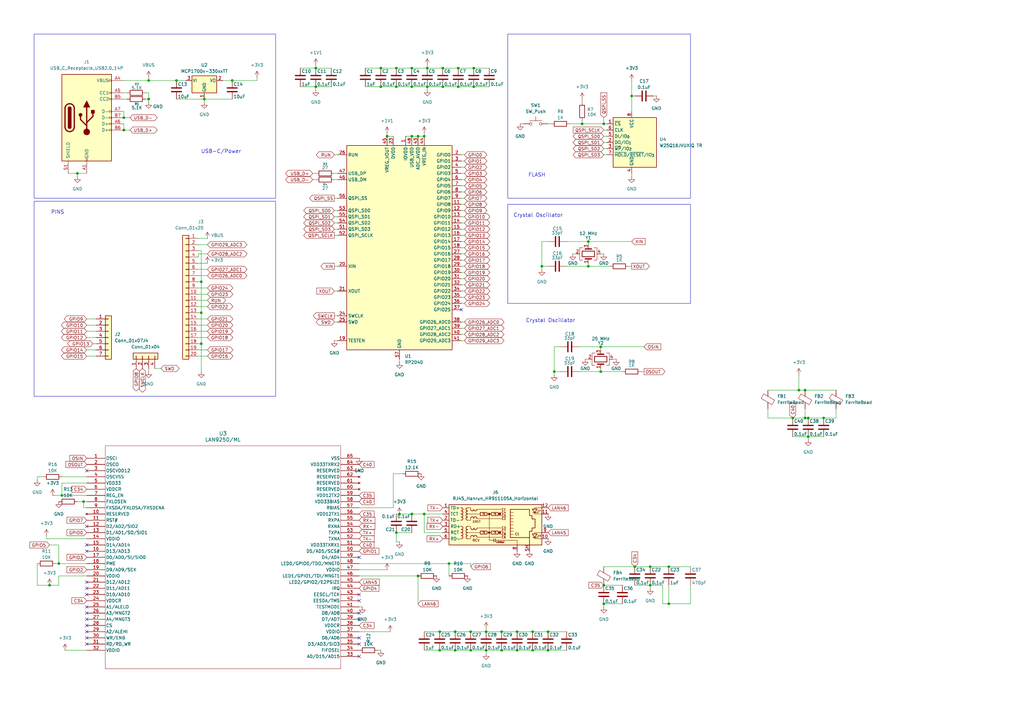
<source format=kicad_sch>
(kicad_sch (version 20250114) (generator "eeschema") (generator_version "9.0")
  (paper "A3")
  (rectangle (start 13.97 13.97) (end 113.03 81.28))
  (rectangle (start 208.28 83.82) (end 283.21 124.46))
  (rectangle (start 208.28 13.97) (end 283.21 81.28))
  (rectangle (start 13.97 82.55) (end 113.03 162.56))
  (text "FLASH\n" (at 220.218 71.882 0) (effects (font (size 1.524 1.524))))
  (text "PINS\n" (at 23.622 87.122 0) (effects (font (size 1.524 1.524))))
  (text "Crystal Oscillator" (at 225.806 131.572 0) (effects (font (size 1.524 1.524))))
  (text "Crystal Oscillator" (at 220.726 88.392 0) (effects (font (size 1.524 1.524))))
  (text "USB-C/Power" (at 90.678 62.23 0) (effects (font (size 1.524 1.524))))
  (junction (at 325.12 171.45))
  (junction (at 327.66 160.02))
  (junction (at 241.3 109.22))
  (junction (at 212.09 266.7))
  (junction (at 24.13 231.14))
  (junction (at 247.65 240.03))
  (junction (at 238.76 50.8))
  (junction (at 186.69 259.08))
  (junction (at 82.55 115.57))
  (junction (at 193.04 259.08))
  (junction (at 83.82 40.64))
  (junction (at 171.45 236.22))
  (junction (at 194.31 27.94))
  (junction (at 246.38 142.24))
  (junction (at 330.2 160.02))
  (junction (at 187.96 35.56))
  (junction (at 171.45 55.88))
  (junction (at 330.2 171.45))
  (junction (at 95.25 33.02))
  (junction (at 162.56 27.94))
  (junction (at 337.82 171.45))
  (junction (at 72.39 33.02))
  (junction (at 241.3 99.06))
  (junction (at 224.79 266.7))
  (junction (at 168.91 35.56))
  (junction (at 173.99 210.82))
  (junction (at 34.29 205.74))
  (junction (at 168.91 210.82))
  (junction (at 222.25 109.22))
  (junction (at 129.54 27.94))
  (junction (at 187.96 27.94))
  (junction (at 331.47 179.07))
  (junction (at 20.32 240.03))
  (junction (at 173.99 55.88))
  (junction (at 247.65 247.65))
  (junction (at 266.7 232.41))
  (junction (at 331.47 171.45))
  (junction (at 186.69 266.7))
  (junction (at 274.32 232.41))
  (junction (at 156.21 35.56))
  (junction (at 205.74 259.08))
  (junction (at 175.26 35.56))
  (junction (at 274.32 247.65))
  (junction (at 50.8 53.34))
  (junction (at 50.8 48.26))
  (junction (at 158.75 55.88))
  (junction (at 181.61 35.56))
  (junction (at 193.04 266.7))
  (junction (at 184.15 231.14))
  (junction (at 259.08 39.37))
  (junction (at 199.39 259.08))
  (junction (at 82.55 128.27))
  (junction (at 224.79 259.08))
  (junction (at 247.65 50.8))
  (junction (at 162.56 218.44))
  (junction (at 212.09 259.08))
  (junction (at 199.39 266.7))
  (junction (at 180.34 266.7))
  (junction (at 163.83 210.82))
  (junction (at 218.44 259.08))
  (junction (at 246.38 152.4))
  (junction (at 260.35 232.41))
  (junction (at 82.55 140.97))
  (junction (at 175.26 27.94))
  (junction (at 129.54 35.56))
  (junction (at 266.7 240.03))
  (junction (at 181.61 27.94))
  (junction (at 168.91 55.88))
  (junction (at 31.75 71.12))
  (junction (at 227.33 152.4))
  (junction (at 60.96 33.02))
  (junction (at 162.56 35.56))
  (junction (at 205.74 266.7))
  (junction (at 168.91 27.94))
  (junction (at 194.31 35.56))
  (junction (at 180.34 259.08))
  (junction (at 25.4 203.2))
  (junction (at 60.96 40.64))
  (junction (at 218.44 266.7))
  (junction (at 156.21 27.94))
  (no_connect (at 35.56 261.62))
  (no_connect (at 35.56 243.84))
  (no_connect (at 35.56 193.04))
  (no_connect (at 147.32 264.16))
  (no_connect (at 147.32 246.38))
  (no_connect (at 35.56 259.08))
  (no_connect (at 147.32 254))
  (no_connect (at 147.32 243.84))
  (no_connect (at 35.56 264.16))
  (no_connect (at 147.32 228.6))
  (no_connect (at 35.56 226.06))
  (no_connect (at 35.56 251.46))
  (no_connect (at 147.32 261.62))
  (no_connect (at 35.56 256.54))
  (no_connect (at 35.56 241.3))
  (no_connect (at 147.32 269.24))
  (no_connect (at 189.23 127))
  (no_connect (at 35.56 223.52))
  (no_connect (at 35.56 254))
  (no_connect (at 147.32 251.46))
  (no_connect (at 35.56 215.9))
  (no_connect (at 35.56 248.92))
  (no_connect (at 35.56 238.76))
  (wire (pts (xy 147.32 236.22) (xy 171.45 236.22)))
  (wire (pts (xy 50.8 48.26) (xy 53.34 48.26)))
  (wire (pts (xy 237.49 152.4) (xy 246.38 152.4)))
  (wire (pts (xy 246.38 151.13) (xy 246.38 152.4)))
  (wire (pts (xy 137.16 139.7) (xy 138.43 139.7)))
  (wire (pts (xy 260.35 232.41) (xy 266.7 232.41)))
  (wire (pts (xy 266.7 241.3) (xy 266.7 240.03)))
  (wire (pts (xy 247.65 104.14) (xy 246.38 104.14)))
  (wire (pts (xy 181.61 27.94) (xy 187.96 27.94)))
  (wire (pts (xy 82.55 140.97) (xy 82.55 152.4)))
  (wire (pts (xy 224.79 99.06) (xy 222.25 99.06)))
  (wire (pts (xy 35.56 146.05) (xy 39.37 146.05)))
  (wire (pts (xy 222.25 109.22) (xy 224.79 109.22)))
  (wire (pts (xy 190.5 99.06) (xy 189.23 99.06)))
  (wire (pts (xy 168.91 210.82) (xy 173.99 210.82)))
  (wire (pts (xy 85.09 107.95) (xy 81.28 107.95)))
  (wire (pts (xy 271.78 247.65) (xy 274.32 247.65)))
  (wire (pts (xy 327.66 160.02) (xy 330.2 160.02)))
  (wire (pts (xy 283.21 247.65) (xy 283.21 240.03)))
  (wire (pts (xy 274.32 232.41) (xy 283.21 232.41)))
  (wire (pts (xy 137.16 119.38) (xy 138.43 119.38)))
  (wire (pts (xy 35.56 143.51) (xy 39.37 143.51)))
  (wire (pts (xy 190.5 119.38) (xy 189.23 119.38)))
  (wire (pts (xy 149.86 35.56) (xy 156.21 35.56)))
  (wire (pts (xy 35.56 208.28) (xy 34.29 208.28)))
  (wire (pts (xy 212.09 259.08) (xy 218.44 259.08)))
  (wire (pts (xy 137.16 88.9) (xy 138.43 88.9)))
  (wire (pts (xy 175.26 35.56) (xy 181.61 35.56)))
  (wire (pts (xy 314.96 167.64) (xy 314.96 171.45)))
  (wire (pts (xy 129.54 36.83) (xy 129.54 35.56)))
  (wire (pts (xy 190.5 93.98) (xy 189.23 93.98)))
  (wire (pts (xy 190.5 104.14) (xy 189.23 104.14)))
  (wire (pts (xy 168.91 210.82) (xy 163.83 210.82)))
  (wire (pts (xy 171.45 236.22) (xy 171.45 247.65)))
  (wire (pts (xy 35.56 236.22) (xy 24.13 236.22)))
  (wire (pts (xy 59.69 40.64) (xy 60.96 40.64)))
  (wire (pts (xy 81.28 123.19) (xy 85.09 123.19)))
  (wire (pts (xy 50.8 45.72) (xy 50.8 48.26)))
  (wire (pts (xy 314.96 160.02) (xy 327.66 160.02)))
  (wire (pts (xy 15.24 195.58) (xy 17.78 195.58)))
  (wire (pts (xy 222.25 99.06) (xy 222.25 109.22)))
  (wire (pts (xy 247.65 248.92) (xy 247.65 247.65)))
  (wire (pts (xy 24.13 240.03) (xy 20.32 240.03)))
  (wire (pts (xy 193.04 259.08) (xy 199.39 259.08)))
  (wire (pts (xy 227.33 152.4) (xy 229.87 152.4)))
  (wire (pts (xy 181.61 35.56) (xy 187.96 35.56)))
  (wire (pts (xy 168.91 35.56) (xy 175.26 35.56)))
  (wire (pts (xy 85.09 97.79) (xy 81.28 97.79)))
  (wire (pts (xy 35.56 130.81) (xy 39.37 130.81)))
  (wire (pts (xy 271.78 240.03) (xy 271.78 247.65)))
  (wire (pts (xy 175.26 27.94) (xy 181.61 27.94)))
  (wire (pts (xy 149.86 27.94) (xy 156.21 27.94)))
  (wire (pts (xy 266.7 240.03) (xy 271.78 240.03)))
  (wire (pts (xy 166.37 55.88) (xy 168.91 55.88)))
  (wire (pts (xy 137.16 81.28) (xy 138.43 81.28)))
  (wire (pts (xy 241.3 109.22) (xy 250.19 109.22)))
  (wire (pts (xy 82.55 115.57) (xy 82.55 128.27)))
  (wire (pts (xy 241.3 99.06) (xy 259.08 99.06)))
  (wire (pts (xy 147.32 248.92) (xy 148.59 248.92)))
  (wire (pts (xy 162.56 218.44) (xy 162.56 222.25)))
  (wire (pts (xy 190.5 132.08) (xy 189.23 132.08)))
  (wire (pts (xy 129.54 35.56) (xy 135.89 35.56)))
  (wire (pts (xy 218.44 266.7) (xy 224.79 266.7)))
  (wire (pts (xy 194.31 35.56) (xy 200.66 35.56)))
  (wire (pts (xy 186.69 259.08) (xy 193.04 259.08)))
  (wire (pts (xy 15.24 240.03) (xy 20.32 240.03)))
  (wire (pts (xy 199.39 257.81) (xy 199.39 259.08)))
  (wire (pts (xy 59.69 38.1) (xy 60.96 38.1)))
  (wire (pts (xy 252.73 147.32) (xy 251.46 147.32)))
  (wire (pts (xy 193.04 231.14) (xy 193.04 232.41)))
  (wire (pts (xy 190.5 68.58) (xy 189.23 68.58)))
  (wire (pts (xy 190.5 134.62) (xy 189.23 134.62)))
  (wire (pts (xy 264.16 152.4) (xy 262.89 152.4)))
  (wire (pts (xy 147.32 259.08) (xy 160.02 259.08)))
  (wire (pts (xy 81.28 118.11) (xy 85.09 118.11)))
  (wire (pts (xy 186.69 266.7) (xy 193.04 266.7)))
  (wire (pts (xy 238.76 50.8) (xy 247.65 50.8)))
  (wire (pts (xy 190.5 116.84) (xy 189.23 116.84)))
  (wire (pts (xy 190.5 73.66) (xy 189.23 73.66)))
  (wire (pts (xy 81.28 146.05) (xy 85.09 146.05)))
  (wire (pts (xy 190.5 71.12) (xy 189.23 71.12)))
  (wire (pts (xy 81.28 140.97) (xy 82.55 140.97)))
  (wire (pts (xy 24.13 223.52) (xy 20.32 223.52)))
  (wire (pts (xy 327.66 153.67) (xy 327.66 160.02)))
  (wire (pts (xy 342.9 171.45) (xy 337.82 171.45)))
  (wire (pts (xy 247.65 53.34) (xy 248.92 53.34)))
  (wire (pts (xy 31.75 72.39) (xy 31.75 71.12)))
  (wire (pts (xy 31.75 71.12) (xy 35.56 71.12)))
  (wire (pts (xy 190.5 96.52) (xy 189.23 96.52)))
  (wire (pts (xy 247.65 55.88) (xy 248.92 55.88)))
  (wire (pts (xy 128.27 73.66) (xy 129.54 73.66)))
  (wire (pts (xy 147.32 231.14) (xy 184.15 231.14)))
  (wire (pts (xy 105.41 31.75) (xy 105.41 33.02)))
  (wire (pts (xy 161.29 194.31) (xy 165.1 194.31)))
  (wire (pts (xy 60.96 33.02) (xy 72.39 33.02)))
  (wire (pts (xy 260.35 240.03) (xy 266.7 240.03)))
  (wire (pts (xy 105.41 33.02) (xy 95.25 33.02)))
  (wire (pts (xy 173.99 259.08) (xy 180.34 259.08)))
  (wire (pts (xy 247.65 60.96) (xy 248.92 60.96)))
  (wire (pts (xy 21.59 203.2) (xy 25.4 203.2)))
  (wire (pts (xy 331.47 171.45) (xy 337.82 171.45)))
  (wire (pts (xy 274.32 247.65) (xy 283.21 247.65)))
  (wire (pts (xy 163.83 148.59) (xy 163.83 147.32)))
  (wire (pts (xy 173.99 210.82) (xy 173.99 218.44)))
  (wire (pts (xy 35.56 135.89) (xy 39.37 135.89)))
  (wire (pts (xy 34.29 205.74) (xy 35.56 205.74)))
  (wire (pts (xy 246.38 142.24) (xy 264.16 142.24)))
  (wire (pts (xy 232.41 109.22) (xy 241.3 109.22)))
  (wire (pts (xy 190.5 101.6) (xy 189.23 101.6)))
  (wire (pts (xy 187.96 35.56) (xy 194.31 35.56)))
  (wire (pts (xy 60.96 40.64) (xy 60.96 41.91)))
  (wire (pts (xy 234.95 104.14) (xy 236.22 104.14)))
  (wire (pts (xy 39.37 140.97) (xy 38.1 140.97)))
  (wire (pts (xy 156.21 27.94) (xy 162.56 27.94)))
  (wire (pts (xy 227.33 153.67) (xy 227.33 152.4)))
  (wire (pts (xy 50.8 53.34) (xy 53.34 53.34)))
  (wire (pts (xy 25.4 198.12) (xy 25.4 203.2)))
  (wire (pts (xy 260.35 39.37) (xy 259.08 39.37)))
  (wire (pts (xy 247.65 50.8) (xy 248.92 50.8)))
  (wire (pts (xy 129.54 26.67) (xy 129.54 27.94)))
  (wire (pts (xy 180.34 266.7) (xy 186.69 266.7)))
  (wire (pts (xy 72.39 33.02) (xy 76.2 33.02)))
  (wire (pts (xy 35.56 198.12) (xy 25.4 198.12)))
  (wire (pts (xy 26.67 266.7) (xy 35.56 266.7)))
  (wire (pts (xy 81.28 102.87) (xy 82.55 102.87)))
  (wire (pts (xy 190.5 106.68) (xy 189.23 106.68)))
  (wire (pts (xy 137.16 93.98) (xy 138.43 93.98)))
  (wire (pts (xy 224.79 266.7) (xy 232.41 266.7)))
  (wire (pts (xy 205.74 266.7) (xy 212.09 266.7)))
  (wire (pts (xy 60.96 31.75) (xy 60.96 33.02)))
  (wire (pts (xy 137.16 91.44) (xy 138.43 91.44)))
  (wire (pts (xy 175.26 36.83) (xy 175.26 35.56)))
  (wire (pts (xy 168.91 55.88) (xy 171.45 55.88)))
  (wire (pts (xy 218.44 259.08) (xy 224.79 259.08)))
  (wire (pts (xy 190.5 63.5) (xy 189.23 63.5)))
  (wire (pts (xy 330.2 160.02) (xy 342.9 160.02)))
  (wire (pts (xy 123.19 35.56) (xy 129.54 35.56)))
  (wire (pts (xy 246.38 142.24) (xy 246.38 143.51)))
  (wire (pts (xy 190.5 121.92) (xy 189.23 121.92)))
  (wire (pts (xy 24.13 231.14) (xy 24.13 223.52)))
  (wire (pts (xy 187.96 27.94) (xy 194.31 27.94)))
  (wire (pts (xy 137.16 109.22) (xy 138.43 109.22)))
  (wire (pts (xy 161.29 208.28) (xy 161.29 194.31)))
  (wire (pts (xy 241.3 99.06) (xy 241.3 100.33)))
  (wire (pts (xy 237.49 142.24) (xy 246.38 142.24)))
  (wire (pts (xy 259.08 39.37) (xy 259.08 45.72)))
  (wire (pts (xy 50.8 50.8) (xy 50.8 53.34)))
  (wire (pts (xy 241.3 107.95) (xy 241.3 109.22)))
  (wire (pts (xy 199.39 266.7) (xy 205.74 266.7)))
  (wire (pts (xy 240.03 147.32) (xy 241.3 147.32)))
  (wire (pts (xy 81.28 100.33) (xy 85.09 100.33)))
  (wire (pts (xy 190.5 66.04) (xy 189.23 66.04)))
  (wire (pts (xy 190.5 88.9) (xy 189.23 88.9)))
  (wire (pts (xy 81.28 120.65) (xy 85.09 120.65)))
  (wire (pts (xy 222.25 110.49) (xy 222.25 109.22)))
  (wire (pts (xy 24.13 231.14) (xy 35.56 231.14)))
  (wire (pts (xy 50.8 33.02) (xy 60.96 33.02)))
  (wire (pts (xy 190.5 76.2) (xy 189.23 76.2)))
  (wire (pts (xy 91.44 33.02) (xy 95.25 33.02)))
  (wire (pts (xy 25.4 195.58) (xy 35.56 195.58)))
  (wire (pts (xy 25.4 203.2) (xy 35.56 203.2)))
  (wire (pts (xy 82.55 102.87) (xy 82.55 115.57)))
  (wire (pts (xy 190.5 124.46) (xy 189.23 124.46)))
  (wire (pts (xy 81.28 104.14) (xy 81.28 105.41)))
  (wire (pts (xy 190.5 86.36) (xy 189.23 86.36)))
  (wire (pts (xy 137.16 71.12) (xy 138.43 71.12)))
  (wire (pts (xy 180.34 259.08) (xy 186.69 259.08)))
  (wire (pts (xy 15.24 195.58) (xy 15.24 196.85)))
  (wire (pts (xy 246.38 152.4) (xy 255.27 152.4)))
  (wire (pts (xy 137.16 73.66) (xy 138.43 73.66)))
  (wire (pts (xy 81.28 104.14) (xy 85.09 104.14)))
  (wire (pts (xy 35.56 138.43) (xy 39.37 138.43)))
  (wire (pts (xy 128.27 71.12) (xy 129.54 71.12)))
  (wire (pts (xy 81.28 143.51) (xy 85.09 143.51)))
  (wire (pts (xy 137.16 129.54) (xy 138.43 129.54)))
  (wire (pts (xy 158.75 54.61) (xy 158.75 55.88)))
  (wire (pts (xy 190.5 114.3) (xy 189.23 114.3)))
  (wire (pts (xy 147.32 233.68) (xy 158.75 233.68)))
  (wire (pts (xy 81.28 113.03) (xy 85.09 113.03)))
  (wire (pts (xy 247.65 232.41) (xy 260.35 232.41)))
  (wire (pts (xy 194.31 27.94) (xy 200.66 27.94)))
  (wire (pts (xy 163.83 210.82) (xy 162.56 210.82)))
  (wire (pts (xy 24.13 236.22) (xy 24.13 240.03)))
  (wire (pts (xy 190.5 109.22) (xy 189.23 109.22)))
  (wire (pts (xy 247.65 240.03) (xy 255.27 240.03)))
  (wire (pts (xy 137.16 86.36) (xy 138.43 86.36)))
  (wire (pts (xy 137.16 63.5) (xy 138.43 63.5)))
  (wire (pts (xy 325.12 179.07) (xy 331.47 179.07)))
  (wire (pts (xy 213.36 50.8) (xy 214.63 50.8)))
  (wire (pts (xy 81.28 130.81) (xy 85.09 130.81)))
  (wire (pts (xy 247.65 63.5) (xy 248.92 63.5)))
  (wire (pts (xy 81.28 110.49) (xy 85.09 110.49)))
  (wire (pts (xy 184.15 231.14) (xy 184.15 236.22)))
  (wire (pts (xy 199.39 259.08) (xy 205.74 259.08)))
  (wire (pts (xy 83.82 40.64) (xy 95.25 40.64)))
  (wire (pts (xy 193.04 266.7) (xy 199.39 266.7)))
  (wire (pts (xy 190.5 78.74) (xy 189.23 78.74)))
  (wire (pts (xy 81.28 135.89) (xy 85.09 135.89)))
  (wire (pts (xy 19.05 220.98) (xy 19.05 219.71)))
  (wire (pts (xy 22.86 231.14) (xy 24.13 231.14)))
  (wire (pts (xy 212.09 266.7) (xy 218.44 266.7)))
  (wire (pts (xy 238.76 49.53) (xy 238.76 50.8)))
  (wire (pts (xy 15.24 231.14) (xy 15.24 240.03)))
  (wire (pts (xy 331.47 179.07) (xy 337.82 179.07)))
  (wire (pts (xy 162.56 27.94) (xy 168.91 27.94)))
  (wire (pts (xy 123.19 27.94) (xy 129.54 27.94)))
  (wire (pts (xy 27.94 71.12) (xy 31.75 71.12)))
  (wire (pts (xy 229.87 142.24) (xy 227.33 142.24)))
  (wire (pts (xy 147.32 208.28) (xy 161.29 208.28)))
  (wire (pts (xy 173.99 218.44) (xy 181.61 218.44)))
  (wire (pts (xy 184.15 231.14) (xy 193.04 231.14)))
  (wire (pts (xy 259.08 72.39) (xy 259.08 71.12)))
  (wire (pts (xy 227.33 142.24) (xy 227.33 152.4)))
  (wire (pts (xy 173.99 210.82) (xy 181.61 210.82)))
  (wire (pts (xy 137.16 96.52) (xy 138.43 96.52)))
  (wire (pts (xy 190.5 111.76) (xy 189.23 111.76)))
  (wire (pts (xy 156.21 35.56) (xy 162.56 35.56)))
  (wire (pts (xy 330.2 167.64) (xy 330.2 171.45)))
  (wire (pts (xy 81.28 125.73) (xy 85.09 125.73)))
  (wire (pts (xy 162.56 35.56) (xy 168.91 35.56)))
  (wire (pts (xy 274.32 240.03) (xy 274.32 247.65)))
  (wire (pts (xy 331.47 180.34) (xy 331.47 179.07)))
  (wire (pts (xy 205.74 259.08) (xy 212.09 259.08)))
  (wire (pts (xy 247.65 50.8) (xy 247.65 48.26)))
  (wire (pts (xy 81.28 128.27) (xy 82.55 128.27)))
  (wire (pts (xy 314.96 171.45) (xy 325.12 171.45)))
  (wire (pts (xy 224.79 259.08) (xy 232.41 259.08)))
  (wire (pts (xy 60.96 38.1) (xy 60.96 40.64)))
  (wire (pts (xy 173.99 54.61) (xy 173.99 55.88)))
  (wire (pts (xy 162.56 222.25) (xy 163.83 222.25)))
  (wire (pts (xy 247.65 58.42) (xy 248.92 58.42)))
  (wire (pts (xy 269.24 39.37) (xy 267.97 39.37)))
  (wire (pts (xy 173.99 266.7) (xy 180.34 266.7)))
  (wire (pts (xy 154.94 266.7) (xy 156.21 266.7)))
  (wire (pts (xy 81.28 115.57) (xy 82.55 115.57)))
  (wire (pts (xy 190.5 91.44) (xy 189.23 91.44)))
  (wire (pts (xy 52.07 38.1) (xy 50.8 38.1)))
  (wire (pts (xy 247.65 247.65) (xy 255.27 247.65)))
  (wire (pts (xy 233.68 50.8) (xy 238.76 50.8)))
  (wire (pts (xy 82.55 128.27) (xy 82.55 140.97)))
  (wire (pts (xy 259.08 33.02) (xy 259.08 39.37)))
  (wire (pts (xy 31.75 205.74) (xy 34.29 205.74)))
  (wire (pts (xy 259.08 109.22) (xy 257.81 109.22)))
  (wire (pts (xy 83.82 41.91) (xy 83.82 40.64)))
  (wire (pts (xy 199.39 267.97) (xy 199.39 266.7)))
  (wire (pts (xy 63.5 151.13) (xy 66.04 151.13)))
  (wire (pts (xy 168.91 218.44) (xy 162.56 218.44)))
  (wire (pts (xy 168.91 27.94) (xy 175.26 27.94)))
  (wire (pts (xy 224.79 50.8) (xy 226.06 50.8)))
  (wire (pts (xy 60.96 152.4) (xy 60.96 151.13)))
  (wire (pts (xy 81.28 133.35) (xy 85.09 133.35)))
  (wire (pts (xy 35.56 220.98) (xy 19.05 220.98)))
  (wire (pts (xy 190.5 81.28) (xy 189.23 81.28)))
  (wire (pts (xy 35.56 133.35) (xy 39.37 133.35)))
  (wire (pts (xy 266.7 232.41) (xy 274.32 232.41)))
  (wire (pts (xy 158.75 55.88) (xy 161.29 55.88)))
  (wire (pts (xy 175.26 26.67) (xy 175.26 27.94)))
  (wire (pts (xy 342.9 167.64) (xy 342.9 171.45)))
  (wire (pts (xy 190.5 83.82) (xy 189.23 83.82)))
  (wire (pts (xy 232.41 99.06) (xy 241.3 99.06)))
  (wire (pts (xy 330.2 171.45) (xy 331.47 171.45)))
  (wire (pts (xy 171.45 55.88) (xy 173.99 55.88)))
  (wire (pts (xy 52.07 40.64) (xy 50.8 40.64)))
  (wire (pts (xy 137.16 132.08) (xy 138.43 132.08)))
  (wire (pts (xy 325.12 171.45) (xy 330.2 171.45)))
  (wire (pts (xy 129.54 27.94) (xy 135.89 27.94)))
  (wire (pts (xy 190.5 137.16) (xy 189.23 137.16)))
  (wire (pts (xy 72.39 40.64) (xy 83.82 40.64)))
  (wire (pts (xy 34.29 208.28) (xy 34.29 205.74)))
  (wire (pts (xy 190.5 139.7) (xy 189.23 139.7)))
  (wire (pts (xy 238.76 40.64) (xy 238.76 41.91)))
  (wire (pts (xy 81.28 138.43) (xy 85.09 138.43)))
  (global_label "GPIO6" (shape bidirectional) (at 190.5 78.74 0) (property "Intersheetrefs" "${INTERSHEET_REFS}" (effects (hide yes))))
  (global_label "C34" (shape input) (at 147.32 256.54 0) (property "Intersheetrefs" "${INTERSHEET_REFS}" (effects (hide yes))))
  (global_label "QSPI_SD1" (shape bidirectional) (at 137.16 88.9 180) (property "Intersheetrefs" "${INTERSHEET_REFS}" (effects (hide yes))))
  (global_label "TX-" (shape input) (at 181.61 208.28 180) (property "Intersheetrefs" "${INTERSHEET_REFS}" (effects (hide yes))))
  (global_label "GPIO24" (shape bidirectional) (at 190.5 124.46 0) (property "Intersheetrefs" "${INTERSHEET_REFS}" (effects (hide yes))))
  (global_label "GPIO20" (shape bidirectional) (at 85.09 133.35 0) (property "Intersheetrefs" "${INTERSHEET_REFS}" (effects (hide yes))))
  (global_label "GPIO7" (shape bidirectional) (at 190.5 81.28 0) (property "Intersheetrefs" "${INTERSHEET_REFS}" (effects (hide yes))))
  (global_label "GPIO1" (shape input) (at 147.32 226.06 0) (property "Intersheetrefs" "${INTERSHEET_REFS}" (effects (hide yes))))
  (global_label "GPIO4" (shape input) (at 147.32 241.3 0) (property "Intersheetrefs" "${INTERSHEET_REFS}" (effects (hide yes))))
  (global_label "RX-" (shape input) (at 181.61 215.9 180) (property "Intersheetrefs" "${INTERSHEET_REFS}" (effects (hide yes))))
  (global_label "GPIO11" (shape bidirectional) (at 190.5 91.44 0) (property "Intersheetrefs" "${INTERSHEET_REFS}" (effects (hide yes))))
  (global_label "RX+" (shape input) (at 147.32 213.36 0) (property "Intersheetrefs" "${INTERSHEET_REFS}" (effects (hide yes))))
  (global_label "USB_D-" (shape bidirectional) (at 128.27 73.66 180) (property "Intersheetrefs" "${INTERSHEET_REFS}" (effects (hide yes))))
  (global_label "QSPI_SCLK" (shape output) (at 137.16 96.52 180) (property "Intersheetrefs" "${INTERSHEET_REFS}" (effects (hide yes))))
  (global_label "GPIO7" (shape input) (at 35.56 213.36 180) (property "Intersheetrefs" "${INTERSHEET_REFS}" (effects (hide yes))))
  (global_label "GPIO9" (shape bidirectional) (at 190.5 86.36 0) (property "Intersheetrefs" "${INTERSHEET_REFS}" (effects (hide yes))))
  (global_label "LAN46" (shape input) (at 224.79 208.28 0) (property "Intersheetrefs" "${INTERSHEET_REFS}" (effects (hide yes))))
  (global_label "QSPI_SD0" (shape bidirectional) (at 137.16 86.36 180) (property "Intersheetrefs" "${INTERSHEET_REFS}" (effects (hide yes))))
  (global_label "SWD" (shape bidirectional) (at 137.16 132.08 180) (property "Intersheetrefs" "${INTERSHEET_REFS}" (effects (hide yes))))
  (global_label "C40" (shape input) (at 147.32 223.52 0) (property "Intersheetrefs" "${INTERSHEET_REFS}" (effects (hide yes))))
  (global_label "GPIO29_ADC3" (shape bidirectional) (at 190.5 139.7 0) (property "Intersheetrefs" "${INTERSHEET_REFS}" (effects (hide yes))))
  (global_label "XOUT" (shape output) (at 259.08 109.22 0) (property "Intersheetrefs" "${INTERSHEET_REFS}" (effects (hide yes))))
  (global_label "GPIO18" (shape bidirectional) (at 85.09 138.43 0) (property "Intersheetrefs" "${INTERSHEET_REFS}" (effects (hide yes))))
  (global_label "GPIO22" (shape bidirectional) (at 190.5 119.38 0) (property "Intersheetrefs" "${INTERSHEET_REFS}" (effects (hide yes))))
  (global_label "C40" (shape input) (at 325.12 171.45 90) (property "Intersheetrefs" "${INTERSHEET_REFS}" (effects (hide yes))))
  (global_label "OSOUT" (shape input) (at 35.56 190.5 180) (property "Intersheetrefs" "${INTERSHEET_REFS}" (effects (hide yes))))
  (global_label "GPIO8" (shape bidirectional) (at 190.5 83.82 0) (property "Intersheetrefs" "${INTERSHEET_REFS}" (effects (hide yes))))
  (global_label "GPIO3" (shape input) (at 35.56 228.6 180) (property "Intersheetrefs" "${INTERSHEET_REFS}" (effects (hide yes))))
  (global_label "GPIO19" (shape bidirectional) (at 190.5 111.76 0) (property "Intersheetrefs" "${INTERSHEET_REFS}" (effects (hide yes))))
  (global_label "GPIO22" (shape bidirectional) (at 85.09 125.73 0) (property "Intersheetrefs" "${INTERSHEET_REFS}" (effects (hide yes))))
  (global_label "C40" (shape input) (at 147.32 190.5 0) (property "Intersheetrefs" "${INTERSHEET_REFS}" (effects (hide yes))))
  (global_label "GPIO15" (shape bidirectional) (at 190.5 101.6 0) (property "Intersheetrefs" "${INTERSHEET_REFS}" (effects (hide yes))))
  (global_label "GPIO24" (shape bidirectional) (at 85.09 118.11 0) (property "Intersheetrefs" "${INTERSHEET_REFS}" (effects (hide yes))))
  (global_label "GPIO27_ADC1" (shape bidirectional) (at 190.5 134.62 0) (property "Intersheetrefs" "${INTERSHEET_REFS}" (effects (hide yes))))
  (global_label "QSPI_SS" (shape output) (at 137.16 81.28 180) (property "Intersheetrefs" "${INTERSHEET_REFS}" (effects (hide yes))))
  (global_label "GPIO0" (shape input) (at 35.56 218.44 180) (property "Intersheetrefs" "${INTERSHEET_REFS}" (effects (hide yes))))
  (global_label "C34" (shape input) (at 260.35 232.41 90) (property "Intersheetrefs" "${INTERSHEET_REFS}" (effects (hide yes))))
  (global_label "QSPI_SD0" (shape bidirectional) (at 247.65 55.88 180) (property "Intersheetrefs" "${INTERSHEET_REFS}" (effects (hide yes))))
  (global_label "GPIO16" (shape bidirectional) (at 190.5 104.14 0) (property "Intersheetrefs" "${INTERSHEET_REFS}" (effects (hide yes))))
  (global_label "GPIO20" (shape bidirectional) (at 190.5 114.3 0) (property "Intersheetrefs" "${INTERSHEET_REFS}" (effects (hide yes))))
  (global_label "GPIO27_ADC1" (shape bidirectional) (at 85.09 110.49 0) (property "Intersheetrefs" "${INTERSHEET_REFS}" (effects (hide yes))))
  (global_label "GPIO28_ADC2" (shape bidirectional) (at 190.5 137.16 0) (property "Intersheetrefs" "${INTERSHEET_REFS}" (effects (hide yes))))
  (global_label "QSPI_SD1" (shape bidirectional) (at 247.65 58.42 180) (property "Intersheetrefs" "${INTERSHEET_REFS}" (effects (hide yes))))
  (global_label "GPIO14" (shape bidirectional) (at 190.5 99.06 0) (property "Intersheetrefs" "${INTERSHEET_REFS}" (effects (hide yes))))
  (global_label "GPIO17" (shape bidirectional) (at 190.5 106.68 0) (property "Intersheetrefs" "${INTERSHEET_REFS}" (effects (hide yes))))
  (global_label "GPIO10" (shape bidirectional) (at 190.5 88.9 0) (property "Intersheetrefs" "${INTERSHEET_REFS}" (effects (hide yes))))
  (global_label "GPIO13" (shape bidirectional) (at 38.1 140.97 180) (property "Intersheetrefs" "${INTERSHEET_REFS}" (effects (hide yes))))
  (global_label "QSPI_SCLK" (shape input) (at 247.65 53.34 180) (property "Intersheetrefs" "${INTERSHEET_REFS}" (effects (hide yes))))
  (global_label "OSIN" (shape input) (at 264.16 142.24 0) (property "Intersheetrefs" "${INTERSHEET_REFS}" (effects (hide yes))))
  (global_label "SWD" (shape bidirectional) (at 66.04 151.13 0) (property "Intersheetrefs" "${INTERSHEET_REFS}" (effects (hide yes))))
  (global_label "C35" (shape input) (at 147.32 203.2 0) (property "Intersheetrefs" "${INTERSHEET_REFS}" (effects (hide yes))))
  (global_label "GPIO28_ADC2" (shape bidirectional) (at 85.09 104.14 0) (property "Intersheetrefs" "${INTERSHEET_REFS}" (effects (hide yes))))
  (global_label "GPIO6" (shape input) (at 193.04 232.41 0) (property "Intersheetrefs" "${INTERSHEET_REFS}" (effects (hide yes))))
  (global_label "GPIO3" (shape bidirectional) (at 190.5 71.12 0) (property "Intersheetrefs" "${INTERSHEET_REFS}" (effects (hide yes))))
  (global_label "GPIO21" (shape bidirectional) (at 190.5 116.84 0) (property "Intersheetrefs" "${INTERSHEET_REFS}" (effects (hide yes))))
  (global_label "QSPI_SS" (shape input) (at 247.65 48.26 90) (property "Intersheetrefs" "${INTERSHEET_REFS}" (effects (hide yes))))
  (global_label "RX+" (shape input) (at 181.61 220.98 180) (property "Intersheetrefs" "${INTERSHEET_REFS}" (effects (hide yes))))
  (global_label "GPIO1" (shape bidirectional) (at 190.5 66.04 0) (property "Intersheetrefs" "${INTERSHEET_REFS}" (effects (hide yes))))
  (global_label "RUN" (shape bidirectional) (at 85.09 123.19 0) (property "Intersheetrefs" "${INTERSHEET_REFS}" (effects (hide yes))))
  (global_label "USB_D+" (shape bidirectional) (at 128.27 71.12 180) (property "Intersheetrefs" "${INTERSHEET_REFS}" (effects (hide yes))))
  (global_label "GPIO18" (shape bidirectional) (at 190.5 109.22 0) (property "Intersheetrefs" "${INTERSHEET_REFS}" (effects (hide yes))))
  (global_label "GPIO5" (shape bidirectional) (at 190.5 76.2 0) (property "Intersheetrefs" "${INTERSHEET_REFS}" (effects (hide yes))))
  (global_label "QSPI_SD2" (shape bidirectional) (at 247.65 60.96 180) (property "Intersheetrefs" "${INTERSHEET_REFS}" (effects (hide yes))))
  (global_label "TX+" (shape input) (at 181.61 213.36 180) (property "Intersheetrefs" "${INTERSHEET_REFS}" (effects (hide yes))))
  (global_label "TX-" (shape input) (at 147.32 220.98 0) (property "Intersheetrefs" "${INTERSHEET_REFS}" (effects (hide yes))))
  (global_label "LAN45" (shape input) (at 147.32 238.76 0) (property "Intersheetrefs" "${INTERSHEET_REFS}" (effects (hide yes))))
  (global_label "GPIO26_ADC0" (shape bidirectional) (at 85.09 113.03 0) (property "Intersheetrefs" "${INTERSHEET_REFS}" (effects (hide yes))))
  (global_label "XIN" (shape input) (at 259.08 99.06 0) (property "Intersheetrefs" "${INTERSHEET_REFS}" (effects (hide yes))))
  (global_label "C34" (shape input) (at 35.56 246.38 180) (property "Intersheetrefs" "${INTERSHEET_REFS}" (effects (hide yes))))
  (global_label "GPIO10" (shape bidirectional) (at 35.56 133.35 180) (property "Intersheetrefs" "${INTERSHEET_REFS}" (effects (hide yes))))
  (global_label "XIN" (shape output) (at 137.16 109.22 180) (property "Intersheetrefs" "${INTERSHEET_REFS}" (effects (hide yes))))
  (global_label "GPIO0" (shape bidirectional) (at 190.5 63.5 0) (property "Intersheetrefs" "${INTERSHEET_REFS}" (effects (hide yes))))
  (global_label "GPIO21" (shape bidirectional) (at 85.09 130.81 0) (property "Intersheetrefs" "${INTERSHEET_REFS}" (effects (hide yes))))
  (global_label "GPIO2" (shape input) (at 35.56 233.68 180) (property "Intersheetrefs" "${INTERSHEET_REFS}" (effects (hide yes))))
  (global_label "GPIO26_ADC0" (shape bidirectional) (at 190.5 132.08 0) (property "Intersheetrefs" "${INTERSHEET_REFS}" (effects (hide yes))))
  (global_label "GPIO12" (shape bidirectional) (at 190.5 93.98 0) (property "Intersheetrefs" "${INTERSHEET_REFS}" (effects (hide yes))))
  (global_label "GPIO5" (shape input) (at 20.32 223.52 180) (property "Intersheetrefs" "${INTERSHEET_REFS}" (effects (hide yes))))
  (global_label "OSIN" (shape input) (at 35.56 187.96 180) (property "Intersheetrefs" "${INTERSHEET_REFS}" (effects (hide yes))))
  (global_label "RX-" (shape input) (at 147.32 215.9 0) (property "Intersheetrefs" "${INTERSHEET_REFS}" (effects (hide yes))))
  (global_label "C35" (shape input) (at 147.32 210.82 0) (property "Intersheetrefs" "${INTERSHEET_REFS}" (effects (hide yes))))
  (global_label "OSOUT" (shape output) (at 264.16 152.4 0) (property "Intersheetrefs" "${INTERSHEET_REFS}" (effects (hide yes))))
  (global_label "QSPI_SD3" (shape bidirectional) (at 247.65 63.5 180) (property "Intersheetrefs" "${INTERSHEET_REFS}" (effects (hide yes))))
  (global_label "SWCLK" (shape output) (at 137.16 129.54 180) (property "Intersheetrefs" "${INTERSHEET_REFS}" (effects (hide yes))))
  (global_label "GPIO29_ADC3" (shape bidirectional) (at 85.09 100.33 0) (property "Intersheetrefs" "${INTERSHEET_REFS}" (effects (hide yes))))
  (global_label "GPIO13" (shape bidirectional) (at 190.5 96.52 0) (property "Intersheetrefs" "${INTERSHEET_REFS}" (effects (hide yes))))
  (global_label "SWCLK" (shape bidirectional) (at 58.42 151.13 270) (property "Intersheetrefs" "${INTERSHEET_REFS}" (effects (hide yes))))
  (global_label "GPIO14" (shape bidirectional) (at 35.56 143.51 180) (property "Intersheetrefs" "${INTERSHEET_REFS}" (effects (hide yes))))
  (global_label "C35" (shape input) (at 247.65 240.03 180) (property "Intersheetrefs" "${INTERSHEET_REFS}" (effects (hide yes))))
  (global_label "C40" (shape input) (at 147.32 205.74 0) (property "Intersheetrefs" "${INTERSHEET_REFS}" (effects (hide yes))))
  (global_label "GPIO19" (shape bidirectional) (at 85.09 135.89 0) (property "Intersheetrefs" "${INTERSHEET_REFS}" (effects (hide yes))))
  (global_label "LAN45" (shape input) (at 224.79 218.44 0) (property "Intersheetrefs" "${INTERSHEET_REFS}" (effects (hide yes))))
  (global_label "GPIO17" (shape bidirectional) (at 85.09 143.51 0) (property "Intersheetrefs" "${INTERSHEET_REFS}" (effects (hide yes))))
  (global_label "GPIO11" (shape bidirectional) (at 35.56 135.89 180) (property "Intersheetrefs" "${INTERSHEET_REFS}" (effects (hide yes))))
  (global_label "LAN46" (shape input) (at 171.45 247.65 0) (property "Intersheetrefs" "${INTERSHEET_REFS}" (effects (hide yes))))
  (global_label "GPIO8" (shape bidirectional) (at 55.88 151.13 270) (property "Intersheetrefs" "${INTERSHEET_REFS}" (effects (hide yes))))
  (global_label "C34" (shape input) (at 35.56 200.66 180) (property "Intersheetrefs" "${INTERSHEET_REFS}" (effects (hide yes))))
  (global_label "QSPI_SD2" (shape bidirectional) (at 137.16 91.44 180) (property "Intersheetrefs" "${INTERSHEET_REFS}" (effects (hide yes))))
  (global_label "GPIO12" (shape bidirectional) (at 35.56 138.43 180) (property "Intersheetrefs" "${INTERSHEET_REFS}" (effects (hide yes))))
  (global_label "GPIO23" (shape bidirectional) (at 85.09 120.65 0) (property "Intersheetrefs" "${INTERSHEET_REFS}" (effects (hide yes))))
  (global_label "GPIO15" (shape bidirectional) (at 35.56 146.05 180) (property "Intersheetrefs" "${INTERSHEET_REFS}" (effects (hide yes))))
  (global_label "TX+" (shape input) (at 147.32 218.44 0) (property "Intersheetrefs" "${INTERSHEET_REFS}" (effects (hide yes))))
  (global_label "GPIO16" (shape bidirectional) (at 85.09 146.05 0) (property "Intersheetrefs" "${INTERSHEET_REFS}" (effects (hide yes))))
  (global_label "RUN" (shape bidirectional) (at 137.16 63.5 180) (property "Intersheetrefs" "${INTERSHEET_REFS}" (effects (hide yes))))
  (global_label "USB_D-" (shape bidirectional) (at 53.34 48.26 0) (property "Intersheetrefs" "${INTERSHEET_REFS}" (effects (hide yes))))
  (global_label "GPIO2" (shape bidirectional) (at 190.5 68.58 0) (property "Intersheetrefs" "${INTERSHEET_REFS}" (effects (hide yes))))
  (global_label "QSPI_SD3" (shape bidirectional) (at 137.16 93.98 180) (property "Intersheetrefs" "${INTERSHEET_REFS}" (effects (hide yes))))
  (global_label "GPIO23" (shape bidirectional) (at 190.5 121.92 0) (property "Intersheetrefs" "${INTERSHEET_REFS}" (effects (hide yes))))
  (global_label "USB_D+" (shape bidirectional) (at 53.34 53.34 0) (property "Intersheetrefs" "${INTERSHEET_REFS}" (effects (hide yes))))
  (global_label "XOUT" (shape input) (at 137.16 119.38 180) (property "Intersheetrefs" "${INTERSHEET_REFS}" (effects (hide yes))))
  (global_label "GPIO9" (shape bidirectional) (at 35.56 130.81 180) (property "Intersheetrefs" "${INTERSHEET_REFS}" (effects (hide yes))))
  (global_label "GPIO4" (shape bidirectional) (at 190.5 73.66 0) (property "Intersheetrefs" "${INTERSHEET_REFS}" (effects (hide yes))))
  (symbol (lib_id "Device:R") (at 151.13 266.7 270) (unit 1)
    (property "Reference" "R12" (at 151.13 261.62 0))
    (property "Value" "10K" (at 151.13 264.16 90))
    (property "Footprint" "Resistor_SMD:R_0402_1005Metric" (effects (hide yes)))
    (property "Description" "Resistor" (effects (hide yes)))
  )
  (symbol (lib_id "Device:C") (at 228.6 99.06 90) (unit 1)
    (property "Reference" "C15" (at 228.6 93.726 90))
    (property "Value" "33pF" (at 228.6 95.504 90))
    (property "Footprint" "Capacitor_SMD:C_0402_1005Metric" (effects (hide yes)))
    (property "Description" "Unpolarized capacitor" (effects (hide yes)))
  )
  (symbol (lib_id "power:GND") (at 163.83 222.25 0) (unit 1)
    (property "Reference" "#PWR031" (effects (hide yes)))
    (property "Value" "GND" (at 163.83 227.33 0))
    (property "Description" "Power symbol creates a global label with name \"GND\" , ground" (effects (hide yes)))
  )
  (symbol (lib_id "power:+3V3") (at 259.08 33.02 0) (unit 1)
    (property "Reference" "#PWR016" (effects (hide yes)))
    (property "Value" "+3V3" (at 259.08 27.94 0))
    (property "Description" "Power symbol creates a global label with name \"+3V3\"" (effects (hide yes)))
  )
  (symbol (lib_id "Device:C") (at 129.54 31.75 0) (unit 1)
    (property "Reference" "C11" (at 130.048 29.21 0) (effects (justify left)))
    (property "Value" "0.1uF" (at 130.048 34.544 0) (effects (justify left)))
    (property "Footprint" "Capacitor_SMD:C_0402_1005Metric" (effects (hide yes)))
    (property "Description" "Unpolarized capacitor" (effects (hide yes)))
  )
  (symbol (lib_id "power:+1V1") (at 158.75 54.61 0) (unit 1)
    (property "Reference" "#PWR01" (effects (hide yes)))
    (property "Value" "+1V1" (at 158.75 49.53 0))
    (property "Description" "Power symbol creates a global label with name \"+1V1\"" (effects (hide yes)))
  )
  (symbol (lib_id "power:GND") (at 240.03 147.32 0) (unit 1)
    (property "Reference" "#PWR028" (effects (hide yes)))
    (property "Value" "GND" (at 240.03 151.13 0))
    (property "Description" "Power symbol creates a global label with name \"GND\" , ground" (effects (hide yes)))
  )
  (symbol (lib_id "power:GND") (at 129.54 36.83 0) (unit 1)
    (property "Reference" "#PWR05" (effects (hide yes)))
    (property "Value" "GND" (at 129.54 41.91 0))
    (property "Description" "Power symbol creates a global label with name \"GND\" , ground" (effects (hide yes)))
  )
  (symbol (lib_id "Device:C") (at 173.99 262.89 0) (unit 1)
    (property "Reference" "C24" (at 174.498 260.35 0) (effects (justify left)))
    (property "Value" "1uF" (at 174.498 265.684 0) (effects (justify left)))
    (property "Footprint" "Capacitor_SMD:C_0402_1005Metric" (effects (hide yes)))
    (property "Description" "Unpolarized capacitor" (effects (hide yes)))
  )
  (symbol (lib_id "Device:C") (at 260.35 236.22 0) (unit 1)
    (property "Reference" "C34" (at 260.858 233.68 0) (effects (justify left)))
    (property "Value" "0.1uF" (at 260.858 239.014 0) (effects (justify left)))
    (property "Footprint" "Capacitor_SMD:C_0402_1005Metric" (effects (hide yes)))
    (property "Description" "Unpolarized capacitor" (effects (hide yes)))
  )
  (symbol (lib_id "power:GND") (at 259.08 72.39 0) (unit 1)
    (property "Reference" "#PWR017" (effects (hide yes)))
    (property "Value" "GND" (at 259.08 77.47 0))
    (property "Description" "Power symbol creates a global label with name \"GND\" , ground" (effects (hide yes)))
  )
  (symbol (lib_id "Device:R") (at 238.76 45.72 180) (unit 1)
    (property "Reference" "R7" (at 240.792 44.958 0) (effects (justify right)))
    (property "Value" "10K" (at 240.792 46.99 0) (effects (justify right)))
    (property "Footprint" "Resistor_SMD:R_0402_1005Metric" (effects (hide yes)))
    (property "Description" "Resistor" (effects (hide yes)))
  )
  (symbol (lib_id "Device:FerriteBead") (at 314.96 163.83 0) (unit 1)
    (property "Reference" "FB1" (at 318.77 162.5091 0) (effects (justify left)))
    (property "Value" "FerriteBead" (at 318.77 165.0491 0) (effects (justify left)))
    (property "Footprint" "Inductor_SMD:L_0603_1608Metric" (effects (hide yes)))
    (property "Description" "Ferrite bead" (effects (hide yes)))
  )
  (symbol (lib_id "power:GND") (at 24.13 205.74 0) (unit 1)
    (property "Reference" "#PWR044" (effects (hide yes)))
    (property "Value" "GND" (at 24.13 210.82 0))
    (property "Description" "Power symbol creates a global label with name \"GND\" , ground" (effects (hide yes)))
  )
  (symbol (lib_id "Device:Crystal_GND24") (at 241.3 104.14 90) (unit 1)
    (property "Reference" "Y1" (at 241.3 97.536 90))
    (property "Value" "12 MHz" (at 241.3 95.758 90))
    (property "Footprint" "Crystal:Crystal_SMD_3225-4Pin_3.2x2.5mm" (effects (hide yes)))
    (property "Description" "Four pin crystal, GND on pins 2 and 4" (effects (hide yes)))
  )
  (symbol (lib_id "power:+3V3") (at 238.76 40.64 0) (unit 1)
    (property "Reference" "#PWR019" (effects (hide yes)))
    (property "Value" "+3V3" (at 238.76 35.56 0))
    (property "Description" "Power symbol creates a global label with name \"+3V3\"" (effects (hide yes)))
  )
  (symbol (lib_id "Device:R") (at 175.26 236.22 270) (unit 1)
    (property "Reference" "R9" (at 175.26 231.14 90))
    (property "Value" "10K" (at 175.26 233.68 90))
    (property "Footprint" "Resistor_SMD:R_0402_1005Metric" (effects (hide yes)))
    (property "Description" "Resistor" (effects (hide yes)))
  )
  (symbol (lib_id "power:GND") (at 15.24 196.85 0) (unit 1)
    (property "Reference" "#PWR041" (effects (hide yes)))
    (property "Value" "GND" (at 15.24 201.93 0))
    (property "Description" "Power symbol creates a global label with name \"GND\" , ground" (effects (hide yes)))
  )
  (symbol (lib_id "Device:R") (at 27.94 205.74 270) (unit 1)
    (property "Reference" "R13" (at 27.94 200.66 90))
    (property "Value" "10K" (at 27.94 203.2 90))
    (property "Footprint" "Resistor_SMD:R_0402_1005Metric" (effects (hide yes)))
    (property "Description" "Resistor" (effects (hide yes)))
  )
  (symbol (lib_id "power:GND") (at 60.96 152.4 0) (unit 1)
    (property "Reference" "#PWR022" (effects (hide yes)))
    (property "Value" "GND" (at 60.96 157.48 0))
    (property "Description" "Power symbol creates a global label with name \"GND\" , ground" (effects (hide yes)))
  )
  (symbol (lib_id "Device:C") (at 149.86 31.75 0) (unit 1)
    (property "Reference" "C1" (at 150.368 29.21 0) (effects (justify left)))
    (property "Value" "1uF" (at 150.368 34.544 0) (effects (justify left)))
    (property "Footprint" "Capacitor_SMD:C_0402_1005Metric" (effects (hide yes)))
    (property "Description" "Unpolarized capacitor" (effects (hide yes)))
  )
  (symbol (lib_id "power:+3V3") (at 26.67 266.7 0) (unit 1)
    (property "Reference" "#PWR023" (effects (hide yes)))
    (property "Value" "+3V3" (at 26.67 261.62 0))
    (property "Description" "Power symbol creates a global label with name \"+3V3\"" (effects (hide yes)))
  )
  (symbol (lib_id "power:GND") (at 156.21 266.7 0) (unit 1)
    (property "Reference" "#PWR039" (effects (hide yes)))
    (property "Value" "GND" (at 156.21 271.78 0))
    (property "Description" "Power symbol creates a global label with name \"GND\" , ground" (effects (hide yes)))
  )
  (symbol (lib_id "power:GND") (at 247.65 104.14 0) (unit 1)
    (property "Reference" "#PWR014" (effects (hide yes)))
    (property "Value" "GND" (at 247.65 107.95 0))
    (property "Description" "Power symbol creates a global label with name \"GND\" , ground" (effects (hide yes)))
  )
  (symbol (lib_id "Device:C") (at 264.16 39.37 90) (unit 1)
    (property "Reference" "C17" (at 264.16 33.274 90))
    (property "Value" "0.1uF" (at 264.16 35.814 90))
    (property "Footprint" "Capacitor_SMD:C_0402_1005Metric" (effects (hide yes)))
    (property "Description" "Unpolarized capacitor" (effects (hide yes)))
  )
  (symbol (lib_id "power:GND") (at 227.33 153.67 0) (unit 1)
    (property "Reference" "#PWR027" (effects (hide yes)))
    (property "Value" "GND" (at 227.33 158.75 0))
    (property "Description" "Power symbol creates a global label with name \"GND\" , ground" (effects (hide yes)))
  )
  (symbol (lib_id "Device:C") (at 218.44 262.89 0) (unit 1)
    (property "Reference" "C31" (at 218.948 260.35 0) (effects (justify left)))
    (property "Value" "0.1uF" (at 218.948 265.684 0) (effects (justify left)))
    (property "Footprint" "Capacitor_SMD:C_0402_1005Metric" (effects (hide yes)))
    (property "Description" "Unpolarized capacitor" (effects (hide yes)))
  )
  (symbol (lib_id "Device:R") (at 133.35 71.12 90) (unit 1)
    (property "Reference" "R3" (at 133.35 67.31 90) (effects (font (size 0.889 0.889))))
    (property "Value" "27" (at 133.35 68.834 90))
    (property "Footprint" "Resistor_SMD:R_0402_1005Metric" (effects (hide yes)))
    (property "Description" "Resistor" (effects (hide yes)))
  )
  (symbol (lib_id "Regulator_Linear:MCP1700x-330xxTT") (at 83.82 33.02 0) (unit 1)
    (property "Reference" "U2" (at 83.82 26.67 0))
    (property "Value" "MCP1700x-330xxTT" (at 83.82 29.21 0))
    (property "Footprint" "Package_TO_SOT_SMD:SOT-23" (effects (hide yes)))
    (property "Datasheet" "http://ww1.microchip.com/downloads/en/DeviceDoc/20001826D.pdf" (effects (hide yes)))
    (property "Description" "250mA Low Quiscent Current LDO, 3.3V output, SOT-23" (effects (hide yes)))
  )
  (symbol (lib_id "Device:C") (at 194.31 31.75 0) (unit 1)
    (property "Reference" "C8" (at 194.818 29.21 0) (effects (justify left)))
    (property "Value" "0.1uF" (at 194.818 34.544 0) (effects (justify left)))
    (property "Footprint" "Capacitor_SMD:C_0402_1005Metric" (effects (hide yes)))
    (property "Description" "Unpolarized capacitor" (effects (hide yes)))
  )
  (symbol (lib_id "power:VBUS") (at 60.96 31.75 0) (unit 1)
    (property "Reference" "#PWR011" (effects (hide yes)))
    (property "Value" "VBUS" (at 60.96 26.67 0))
    (property "Description" "Power symbol creates a global label with name \"VBUS\"" (effects (hide yes)))
  )
  (symbol (lib_id "power:+3V3") (at 163.83 210.82 0) (unit 1)
    (property "Reference" "#PWR032" (effects (hide yes)))
    (property "Value" "+3V3" (at 163.83 205.74 0))
    (property "Description" "Power symbol creates a global label with name \"+3V3\"" (effects (hide yes)))
  )
  (symbol (lib_id "Device:C") (at 135.89 31.75 0) (unit 1)
    (property "Reference" "C12" (at 136.398 29.21 0) (effects (justify left)))
    (property "Value" "0.1uF" (at 136.398 34.544 0) (effects (justify left)))
    (property "Footprint" "Capacitor_SMD:C_0402_1005Metric" (effects (hide yes)))
    (property "Description" "Unpolarized capacitor" (effects (hide yes)))
  )
  (symbol (lib_id "Device:R") (at 133.35 73.66 90) (unit 1)
    (property "Reference" "R4" (at 133.35 75.692 90) (effects (font (size 0.889 0.889))))
    (property "Value" "27" (at 133.35 77.216 90))
    (property "Footprint" "Resistor_SMD:R_0402_1005Metric" (effects (hide yes)))
    (property "Description" "Resistor" (effects (hide yes)))
  )
  (symbol (lib_id "Device:C") (at 175.26 31.75 0) (unit 1)
    (property "Reference" "C5" (at 175.768 29.21 0) (effects (justify left)))
    (property "Value" "0.1uF" (at 175.768 34.544 0) (effects (justify left)))
    (property "Footprint" "Capacitor_SMD:C_0402_1005Metric" (effects (hide yes)))
    (property "Description" "Unpolarized capacitor" (effects (hide yes)))
  )
  (symbol (lib_id "power:GND") (at 83.82 41.91 0) (unit 1)
    (property "Reference" "#PWR010" (effects (hide yes)))
    (property "Value" "GND" (at 83.82 46.99 0))
    (property "Description" "Power symbol creates a global label with name \"GND\" , ground" (effects (hide yes)))
  )
  (symbol (lib_id "Device:C") (at 187.96 31.75 0) (unit 1)
    (property "Reference" "C7" (at 188.468 29.21 0) (effects (justify left)))
    (property "Value" "0.1uF" (at 188.468 34.544 0) (effects (justify left)))
    (property "Footprint" "Capacitor_SMD:C_0402_1005Metric" (effects (hide yes)))
    (property "Description" "Unpolarized capacitor" (effects (hide yes)))
  )
  (symbol (lib_id "Device:C") (at 247.65 243.84 0) (unit 1)
    (property "Reference" "C35" (at 248.158 241.3 0) (effects (justify left)))
    (property "Value" "0.1uF" (at 248.158 246.634 0) (effects (justify left)))
    (property "Footprint" "Capacitor_SMD:C_0402_1005Metric" (effects (hide yes)))
    (property "Description" "Unpolarized capacitor" (effects (hide yes)))
  )
  (symbol (lib_id "Device:C") (at 123.19 31.75 0) (unit 1)
    (property "Reference" "C10" (at 123.698 29.21 0) (effects (justify left)))
    (property "Value" "1uF" (at 123.698 34.544 0) (effects (justify left)))
    (property "Footprint" "Capacitor_SMD:C_0402_1005Metric" (effects (hide yes)))
    (property "Description" "Unpolarized capacitor" (effects (hide yes)))
  )
  (symbol (lib_id "Device:R") (at 19.05 231.14 270) (unit 1)
    (property "Reference" "R11" (at 19.05 226.06 90))
    (property "Value" "10K" (at 19.05 228.6 90))
    (property "Footprint" "Resistor_SMD:R_0402_1005Metric" (effects (hide yes)))
    (property "Description" "Resistor" (effects (hide yes)))
  )
  (symbol (lib_id "Device:FerriteBead") (at 247.65 236.22 0) (unit 1)
    (property "Reference" "FB4" (at 251.46 234.8991 0) (effects (justify left)))
    (property "Value" "FerriteBead" (at 251.46 237.4391 0) (effects (justify left)))
    (property "Footprint" "Inductor_SMD:L_0603_1608Metric" (effects (hide yes)))
    (property "Description" "Ferrite bead" (effects (hide yes)))
  )
  (symbol (lib_id "Device:C") (at 162.56 214.63 180) (unit 1)
    (property "Reference" "C21" (at 162.052 217.17 0) (effects (justify left)))
    (property "Value" "0.1uF" (at 162.052 211.836 0) (effects (justify left)))
    (property "Footprint" "Capacitor_SMD:C_0402_1005Metric" (effects (hide yes)))
    (property "Description" "Unpolarized capacitor" (effects (hide yes)))
  )
  (symbol (lib_id "Device:FerriteBead") (at 342.9 163.83 0) (unit 1)
    (property "Reference" "FB3" (at 346.71 162.5091 0) (effects (justify left)))
    (property "Value" "FerriteBead" (at 346.71 165.0491 0) (effects (justify left)))
    (property "Footprint" "Inductor_SMD:L_0603_1608Metric" (effects (hide yes)))
    (property "Description" "Ferrite bead" (effects (hide yes)))
  )
  (symbol (lib_id "power:+3V3") (at 85.09 107.95 0) (unit 1)
    (property "Reference" "#PWR026" (effects (hide yes)))
    (property "Value" "+3V3" (at 88.9 106.68 0))
    (property "Description" "Power symbol creates a global label with name \"+3V3\"" (effects (hide yes)))
  )
  (symbol (lib_id "Device:Crystal_GND24") (at 246.38 147.32 90) (unit 1)
    (property "Reference" "Y2" (at 246.38 140.716 90))
    (property "Value" "25 MHz" (at 246.38 138.938 90))
    (property "Footprint" "Crystal:Crystal_SMD_3225-4Pin_3.2x2.5mm" (effects (hide yes)))
    (property "Description" "Four pin crystal, GND on pins 2 and 4" (effects (hide yes)))
  )
  (symbol (lib_id "Device:C") (at 200.66 31.75 0) (unit 1)
    (property "Reference" "C9" (at 201.168 29.21 0) (effects (justify left)))
    (property "Value" "0.1uF" (at 201.168 34.544 0) (effects (justify left)))
    (property "Footprint" "Capacitor_SMD:C_0402_1005Metric" (effects (hide yes)))
    (property "Description" "Unpolarized capacitor" (effects (hide yes)))
  )
  (symbol (lib_id "Device:C") (at 212.09 262.89 0) (unit 1)
    (property "Reference" "C30" (at 212.598 260.35 0) (effects (justify left)))
    (property "Value" "0.1uF" (at 212.598 265.684 0) (effects (justify left)))
    (property "Footprint" "Capacitor_SMD:C_0402_1005Metric" (effects (hide yes)))
    (property "Description" "Unpolarized capacitor" (effects (hide yes)))
  )
  (symbol (lib_id "power:+3V3") (at 19.05 219.71 0) (unit 1)
    (property "Reference" "#PWR052" (effects (hide yes)))
    (property "Value" "+3V3" (at 19.05 214.63 0))
    (property "Description" "Power symbol creates a global label with name \"+3V3\"" (effects (hide yes)))
  )
  (symbol (lib_id "Device:C") (at 162.56 31.75 0) (unit 1)
    (property "Reference" "C3" (at 163.068 29.21 0) (effects (justify left)))
    (property "Value" "0.1uF" (at 163.068 34.544 0) (effects (justify left)))
    (property "Footprint" "Capacitor_SMD:C_0402_1005Metric" (effects (hide yes)))
    (property "Description" "Unpolarized capacitor" (effects (hide yes)))
  )
  (symbol (lib_id "power:GND") (at 269.24 39.37 0) (unit 1)
    (property "Reference" "#PWR018" (effects (hide yes)))
    (property "Value" "GND" (at 269.24 44.45 0))
    (property "Description" "Power symbol creates a global label with name \"GND\" , ground" (effects (hide yes)))
  )
  (symbol (lib_id "power:GND") (at 147.32 187.96 0) (unit 1)
    (property "Reference" "#PWR030" (effects (hide yes)))
    (property "Value" "GND" (at 147.32 193.04 0))
    (property "Description" "Power symbol creates a global label with name \"GND\" , ground" (effects (hide yes)))
  )
  (symbol (lib_id "Device:R") (at 229.87 50.8 270) (unit 1)
    (property "Reference" "R6" (at 229.87 45.72 90))
    (property "Value" "1K" (at 229.87 48.26 90))
    (property "Footprint" "Resistor_SMD:R_0402_1005Metric" (effects (hide yes)))
    (property "Description" "Resistor" (effects (hide yes)))
  )
  (symbol (lib_id "Device:C") (at 168.91 214.63 180) (unit 1)
    (property "Reference" "C20" (at 168.402 217.17 0) (effects (justify left)))
    (property "Value" "0.1uF" (at 168.402 211.836 0) (effects (justify left)))
    (property "Footprint" "Capacitor_SMD:C_0402_1005Metric" (effects (hide yes)))
    (property "Description" "Unpolarized capacitor" (effects (hide yes)))
  )
  (symbol (lib_id "Device:C") (at 199.39 262.89 0) (unit 1)
    (property "Reference" "C28" (at 199.898 260.35 0) (effects (justify left)))
    (property "Value" "0.1uF" (at 199.898 265.684 0) (effects (justify left)))
    (property "Footprint" "Capacitor_SMD:C_0402_1005Metric" (effects (hide yes)))
    (property "Description" "Unpolarized capacitor" (effects (hide yes)))
  )
  (symbol (lib_id "power:+3V3") (at 158.75 233.68 0) (unit 1)
    (property "Reference" "#PWR054" (effects (hide yes)))
    (property "Value" "+3V3" (at 158.75 228.6 0))
    (property "Description" "Power symbol creates a global label with name \"+3V3\"" (effects (hide yes)))
  )
  (symbol (lib_id "Device:C") (at 156.21 31.75 0) (unit 1)
    (property "Reference" "C2" (at 156.718 29.21 0) (effects (justify left)))
    (property "Value" "0.1uF" (at 156.718 34.544 0) (effects (justify left)))
    (property "Footprint" "Capacitor_SMD:C_0402_1005Metric" (effects (hide yes)))
    (property "Description" "Unpolarized capacitor" (effects (hide yes)))
  )
  (symbol (lib_id "power:+3V3") (at 160.02 259.08 0) (unit 1)
    (property "Reference" "#PWR050" (effects (hide yes)))
    (property "Value" "+3V3" (at 160.02 254 0))
    (property "Description" "Power symbol creates a global label with name \"+3V3\"" (effects (hide yes)))
  )
  (symbol (lib_id "Connector:USB_C_Receptacle_USB2.0_14P") (at 35.56 48.26 0) (unit 1)
    (property "Reference" "J1" (at 35.56 25.4 0))
    (property "Value" "USB_C_Receptacle_USB2.0_14P" (at 35.56 27.94 0))
    (property "Footprint" "Connector_USB:USB_C_Receptacle_HRO_TYPE-C-31-M-12" (effects (hide yes)))
    (property "Datasheet" "https://www.usb.org/sites/default/files/documents/usb_type-c.zip" (effects (hide yes)))
    (property "Description" "USB 2.0-only 14P Type-C Receptacle connector" (effects (hide yes)))
  )
  (symbol (lib_id "power:GND") (at 247.65 248.92 0) (unit 1)
    (property "Reference" "#PWR040" (effects (hide yes)))
    (property "Value" "GND" (at 247.65 254 0))
    (property "Description" "Power symbol creates a global label with name \"GND\" , ground" (effects (hide yes)))
  )
  (symbol (lib_id "Device:C") (at 193.04 262.89 0) (unit 1)
    (property "Reference" "C27" (at 193.548 260.35 0) (effects (justify left)))
    (property "Value" "0.1uF" (at 193.548 265.684 0) (effects (justify left)))
    (property "Footprint" "Capacitor_SMD:C_0402_1005Metric" (effects (hide yes)))
    (property "Description" "Unpolarized capacitor" (effects (hide yes)))
  )
  (symbol (lib_id "Device:C") (at 274.32 236.22 0) (unit 1)
    (property "Reference" "C23" (at 274.828 233.68 0) (effects (justify left)))
    (property "Value" "1uF" (at 274.828 239.014 0) (effects (justify left)))
    (property "Footprint" "Capacitor_SMD:C_0402_1005Metric" (effects (hide yes)))
    (property "Description" "Unpolarized capacitor" (effects (hide yes)))
  )
  (symbol (lib_id "power:+3V3") (at 327.66 153.67 0) (unit 1)
    (property "Reference" "#PWR046" (effects (hide yes)))
    (property "Value" "+3V3" (at 327.66 148.59 0))
    (property "Description" "Power symbol creates a global label with name \"+3V3\"" (effects (hide yes)))
  )
  (symbol (lib_id "Device:R") (at 168.91 194.31 270) (unit 1)
    (property "Reference" "R15" (at 168.91 189.23 90))
    (property "Value" "12.1K" (at 168.91 191.77 90))
    (property "Footprint" "Resistor_SMD:R_0402_1005Metric" (effects (hide yes)))
    (property "Description" "Resistor" (effects (hide yes)))
  )
  (symbol (lib_id "power:GND") (at 224.79 210.82 0) (unit 1)
    (property "Reference" "#PWR036" (effects (hide yes)))
    (property "Value" "GND" (at 224.79 215.9 0))
    (property "Description" "Power symbol creates a global label with name \"GND\" , ground" (effects (hide yes)))
  )
  (symbol (lib_id "power:GND") (at 212.09 226.06 0) (unit 1)
    (property "Reference" "#PWR033" (effects (hide yes)))
    (property "Value" "GND" (at 212.09 231.14 0))
    (property "Description" "Power symbol creates a global label with name \"GND\" , ground" (effects (hide yes)))
  )
  (symbol (lib_id "Connector_Generic:Conn_01x07") (at 44.45 138.43 0) (unit 1)
    (property "Reference" "J2" (at 46.99 137.1599 0) (effects (justify left)))
    (property "Value" "Conn_01x07" (at 46.99 139.6999 0) (effects (justify left)))
    (property "Footprint" "Connector_PinHeader_2.54mm:PinHeader_1x07_P2.54mm_Vertical" (effects (hide yes)))
    (property "Description" "Generic connector, single row, 01x07, script generated (kicad-library-utils/schlib/autogen/connector/)" (effects (hide yes)))
  )
  (symbol (lib_id "power:+3V3") (at 20.32 240.03 0) (unit 1)
    (property "Reference" "#PWR053" (effects (hide yes)))
    (property "Value" "+3V3" (at 20.32 234.95 0))
    (property "Description" "Power symbol creates a global label with name \"+3V3\"" (effects (hide yes)))
  )
  (symbol (lib_id "Device:C") (at 168.91 31.75 0) (unit 1)
    (property "Reference" "C4" (at 169.418 29.21 0) (effects (justify left)))
    (property "Value" "0.1uF" (at 169.418 34.544 0) (effects (justify left)))
    (property "Footprint" "Capacitor_SMD:C_0402_1005Metric" (effects (hide yes)))
    (property "Description" "Unpolarized capacitor" (effects (hide yes)))
  )
  (symbol (lib_id "Device:C") (at 180.34 262.89 0) (unit 1)
    (property "Reference" "C25" (at 180.848 260.35 0) (effects (justify left)))
    (property "Value" "0.1uF" (at 180.848 265.684 0) (effects (justify left)))
    (property "Footprint" "Capacitor_SMD:C_0402_1005Metric" (effects (hide yes)))
    (property "Description" "Unpolarized capacitor" (effects (hide yes)))
  )
  (symbol (lib_id "Device:C") (at 233.68 142.24 90) (unit 1)
    (property "Reference" "C18" (at 233.68 136.906 90))
    (property "Value" "33pF" (at 233.68 138.684 90))
    (property "Footprint" "Capacitor_SMD:C_0402_1005Metric" (effects (hide yes)))
    (property "Description" "Unpolarized capacitor" (effects (hide yes)))
  )
  (symbol (lib_id "power:+3V3") (at 105.41 31.75 0) (unit 1)
    (property "Reference" "#PWR012" (effects (hide yes)))
    (property "Value" "+3V3" (at 105.41 26.67 0))
    (property "Description" "Power symbol creates a global label with name \"+3V3\"" (effects (hide yes)))
  )
  (symbol (lib_id "power:GND") (at 222.25 110.49 0) (unit 1)
    (property "Reference" "#PWR015" (effects (hide yes)))
    (property "Value" "GND" (at 222.25 115.57 0))
    (property "Description" "Power symbol creates a global label with name \"GND\" , ground" (effects (hide yes)))
  )
  (symbol (lib_id "Device:C") (at 181.61 31.75 0) (unit 1)
    (property "Reference" "C6" (at 182.118 29.21 0) (effects (justify left)))
    (property "Value" "0.1uF" (at 182.118 34.544 0) (effects (justify left)))
    (property "Footprint" "Capacitor_SMD:C_0402_1005Metric" (effects (hide yes)))
    (property "Description" "Unpolarized capacitor" (effects (hide yes)))
  )
  (symbol (lib_id "Device:C") (at 283.21 236.22 0) (unit 1)
    (property "Reference" "C37" (at 283.718 233.68 0) (effects (justify left)))
    (property "Value" "470pF" (at 283.718 239.014 0) (effects (justify left)))
    (property "Footprint" "Capacitor_SMD:C_0805_2012Metric" (effects (hide yes)))
    (property "Description" "Unpolarized capacitor" (effects (hide yes)))
  )
  (symbol (lib_id "power:VBUS") (at 85.09 97.79 0) (unit 1)
    (property "Reference" "#PWR025" (effects (hide yes)))
    (property "Value" "VBUS" (at 89.154 96.52 0))
    (property "Description" "Power symbol creates a global label with name \"VBUS\"" (effects (hide yes)))
  )
  (symbol (lib_id "Device:C") (at 233.68 152.4 90) (unit 1)
    (property "Reference" "C19" (at 233.68 147.066 90))
    (property "Value" "33pF" (at 233.68 148.844 90))
    (property "Footprint" "Capacitor_SMD:C_0402_1005Metric" (effects (hide yes)))
    (property "Description" "Unpolarized capacitor" (effects (hide yes)))
  )
  (symbol (lib_id "power:GND") (at 213.36 50.8 0) (unit 1)
    (property "Reference" "#PWR020" (effects (hide yes)))
    (property "Value" "GND" (at 213.36 55.88 0))
    (property "Description" "Power symbol creates a global label with name \"GND\" , ground" (effects (hide yes)))
  )
  (symbol (lib_id "power:GND") (at 82.55 152.4 0) (unit 1)
    (property "Reference" "#PWR024" (effects (hide yes)))
    (property "Value" "GND" (at 82.55 157.48 0))
    (property "Description" "Power symbol creates a global label with name \"GND\" , ground" (effects (hide yes)))
  )
  (symbol (lib_id "Device:R") (at 259.08 152.4 90) (unit 1)
    (property "Reference" "R8" (at 259.08 148.336 90))
    (property "Value" "1K" (at 259.08 149.86 90))
    (property "Footprint" "Resistor_SMD:R_0402_1005Metric" (effects (hide yes)))
    (property "Description" "Resistor" (effects (hide yes)))
  )
  (symbol (lib_id "power:GND") (at 60.96 41.91 0) (unit 1)
    (property "Reference" "#PWR09" (effects (hide yes)))
    (property "Value" "GND" (at 64.77 43.688 0))
    (property "Description" "Power symbol creates a global label with name \"GND\" , ground" (effects (hide yes)))
  )
  (symbol (lib_id "Device:C") (at 266.7 236.22 0) (unit 1)
    (property "Reference" "C22" (at 267.208 233.68 0) (effects (justify left)))
    (property "Value" "0.1uF" (at 267.208 239.014 0) (effects (justify left)))
    (property "Footprint" "Capacitor_SMD:C_0402_1005Metric" (effects (hide yes)))
    (property "Description" "Unpolarized capacitor" (effects (hide yes)))
  )
  (symbol (lib_id "Device:R") (at 55.88 38.1 90) (unit 1)
    (property "Reference" "R2" (at 56.134 34.544 90) (effects (font (size 0.889 0.889))))
    (property "Value" "5.1K" (at 56.134 36.068 90))
    (property "Footprint" "Resistor_SMD:R_0402_1005Metric" (effects (hide yes)))
    (property "Description" "Resistor" (effects (hide yes)))
  )
  (symbol (lib_id "power:+1V1") (at 129.54 26.67 0) (unit 1)
    (property "Reference" "#PWR06" (effects (hide yes)))
    (property "Value" "+1V1" (at 129.54 21.59 0))
    (property "Description" "Power symbol creates a global label with name \"+1V1\"" (effects (hide yes)))
  )
  (symbol (lib_id "power:GND") (at 224.79 220.98 0) (unit 1)
    (property "Reference" "#PWR035" (effects (hide yes)))
    (property "Value" "GND" (at 224.79 226.06 0))
    (property "Description" "Power symbol creates a global label with name \"GND\" , ground" (effects (hide yes)))
  )
  (symbol (lib_id "Device:C") (at 337.82 175.26 0) (unit 1)
    (property "Reference" "C39" (at 338.328 172.72 0) (effects (justify left)))
    (property "Value" "0.1uF" (at 338.328 178.054 0) (effects (justify left)))
    (property "Footprint" "Capacitor_SMD:C_0402_1005Metric" (effects (hide yes)))
    (property "Description" "Unpolarized capacitor" (effects (hide yes)))
  )
  (symbol (lib_id "power:GND") (at 163.83 148.59 0) (unit 1)
    (property "Reference" "#PWR07" (effects (hide yes)))
    (property "Value" "GND" (at 163.83 153.67 0))
    (property "Description" "Power symbol creates a global label with name \"GND\" , ground" (effects (hide yes)))
  )
  (symbol (lib_id "Device:R") (at 55.88 40.64 90) (unit 1)
    (property "Reference" "R1" (at 56.134 42.672 90) (effects (font (size 0.889 0.889))))
    (property "Value" "5.1K" (at 56.134 44.196 90))
    (property "Footprint" "Resistor_SMD:R_0402_1005Metric" (effects (hide yes)))
    (property "Description" "Resistor" (effects (hide yes)))
  )
  (symbol (lib_id "power:GND") (at 331.47 180.34 0) (unit 1)
    (property "Reference" "#PWR047" (effects (hide yes)))
    (property "Value" "GND" (at 331.47 185.42 0))
    (property "Description" "Power symbol creates a global label with name \"GND\" , ground" (effects (hide yes)))
  )
  (symbol (lib_id "Device:C") (at 205.74 262.89 0) (unit 1)
    (property "Reference" "C29" (at 206.248 260.35 0) (effects (justify left)))
    (property "Value" "0.1uF" (at 206.248 265.684 0) (effects (justify left)))
    (property "Footprint" "Capacitor_SMD:C_0402_1005Metric" (effects (hide yes)))
    (property "Description" "Unpolarized capacitor" (effects (hide yes)))
  )
  (symbol (lib_id "power:GND") (at 252.73 147.32 0) (unit 1)
    (property "Reference" "#PWR029" (effects (hide yes)))
    (property "Value" "GND" (at 252.73 151.13 0))
    (property "Description" "Power symbol creates a global label with name \"GND\" , ground" (effects (hide yes)))
  )
  (symbol (lib_id "power:GND") (at 266.7 241.3 0) (unit 1)
    (property "Reference" "#PWR045" (effects (hide yes)))
    (property "Value" "GND" (at 266.7 246.38 0))
    (property "Description" "Power symbol creates a global label with name \"GND\" , ground" (effects (hide yes)))
  )
  (symbol (lib_id "power:+3V3") (at 173.99 54.61 0) (unit 1)
    (property "Reference" "#PWR02" (effects (hide yes)))
    (property "Value" "+3V3" (at 173.99 49.53 0))
    (property "Description" "Power symbol creates a global label with name \"+3V3\"" (effects (hide yes)))
  )
  (symbol (lib_id "Connector:RJ45_Hanrun_HR911105A_Horizontal") (at 201.93 215.9 0) (unit 1)
    (property "Reference" "J6" (at 203.2 201.93 0))
    (property "Value" "RJ45_Hanrun_HR911105A_Horizontal" (at 203.2 204.47 0))
    (property "Footprint" "Connector_RJ:RJ45_Hanrun_HR911105A_Horizontal" (effects (hide yes)))
    (property "Datasheet" "https://datasheet.lcsc.com/lcsc/1811141815_HANRUN-Zhongshan-HanRun-Elec-HR911105A_C12074.pdf" (effects (hide yes)))
    (property "Description" "1 Port RJ45 Magjack Connector Through Hole 10/100 Base-T, AutoMDIX" (effects (hide yes)))
  )
  (symbol (lib_id "Device:C") (at 72.39 36.83 0) (unit 1)
    (property "Reference" "C13" (at 72.898 34.544 0) (effects (justify left)))
    (property "Value" "10uF" (at 72.898 39.624 0) (effects (justify left)))
    (property "Footprint" "Capacitor_SMD:C_0603_1608Metric" (effects (hide yes)))
    (property "Description" "Unpolarized capacitor" (effects (hide yes)))
  )
  (symbol (lib_id "power:GND") (at 148.59 248.92 0) (unit 1)
    (property "Reference" "#PWR049" (effects (hide yes)))
    (property "Value" "GND" (at 148.59 254 0))
    (property "Description" "Power symbol creates a global label with name \"GND\" , ground" (effects (hide yes)))
  )
  (symbol (lib_id "Device:R") (at 187.96 236.22 270) (unit 1)
    (property "Reference" "R10" (at 187.96 231.14 90))
    (property "Value" "10K" (at 187.96 233.68 90))
    (property "Footprint" "Resistor_SMD:R_0402_1005Metric" (effects (hide yes)))
    (property "Description" "Resistor" (effects (hide yes)))
  )
  (symbol (lib_id "Device:C") (at 186.69 262.89 0) (unit 1)
    (property "Reference" "C26" (at 187.198 260.35 0) (effects (justify left)))
    (property "Value" "0.1uF" (at 187.198 265.684 0) (effects (justify left)))
    (property "Footprint" "Capacitor_SMD:C_0402_1005Metric" (effects (hide yes)))
    (property "Description" "Unpolarized capacitor" (effects (hide yes)))
  )
  (symbol (lib_id "power:GND") (at 137.16 139.7 0) (unit 1)
    (property "Reference" "#PWR021" (effects (hide yes)))
    (property "Value" "GND" (at 137.16 144.78 0))
    (property "Description" "Power symbol creates a global label with name \"GND\" , ground" (effects (hide yes)))
  )
  (symbol (lib_id "power:GND") (at 31.75 72.39 0) (unit 1)
    (property "Reference" "#PWR08" (effects (hide yes)))
    (property "Value" "GND" (at 31.75 77.47 0))
    (property "Description" "Power symbol creates a global label with name \"GND\" , ground" (effects (hide yes)))
  )
  (symbol (lib_id "Device:C") (at 224.79 262.89 0) (unit 1)
    (property "Reference" "C32" (at 225.298 260.35 0) (effects (justify left)))
    (property "Value" "0.1uF" (at 225.298 265.684 0) (effects (justify left)))
    (property "Footprint" "Capacitor_SMD:C_0402_1005Metric" (effects (hide yes)))
    (property "Description" "Unpolarized capacitor" (effects (hide yes)))
  )
  (symbol (lib_id "Device:R") (at 21.59 195.58 270) (unit 1)
    (property "Reference" "R16" (at 21.59 190.5 90))
    (property "Value" "10K" (at 21.59 193.04 90))
    (property "Footprint" "Resistor_SMD:R_0402_1005Metric" (effects (hide yes)))
    (property "Description" "Resistor" (effects (hide yes)))
  )
  (symbol (lib_id "power:GND") (at 191.77 236.22 0) (unit 1)
    (property "Reference" "#PWR043" (effects (hide yes)))
    (property "Value" "GND" (at 191.77 241.3 0))
    (property "Description" "Power symbol creates a global label with name \"GND\" , ground" (effects (hide yes)))
  )
  (symbol (lib_id "power:GND") (at 199.39 267.97 0) (unit 1)
    (property "Reference" "#PWR038" (effects (hide yes)))
    (property "Value" "GND" (at 199.39 273.05 0))
    (property "Description" "Power symbol creates a global label with name \"GND\" , ground" (effects (hide yes)))
  )
  (symbol (lib_id "power:+3V3") (at 21.59 203.2 0) (unit 1)
    (property "Reference" "#PWR051" (effects (hide yes)))
    (property "Value" "+3V3" (at 21.59 198.12 0))
    (property "Description" "Power symbol creates a global label with name \"+3V3\"" (effects (hide yes)))
  )
  (symbol (lib_id "power:GND") (at 179.07 236.22 0) (unit 1)
    (property "Reference" "#PWR042" (effects (hide yes)))
    (property "Value" "GND" (at 179.07 241.3 0))
    (property "Description" "Power symbol creates a global label with name \"GND\" , ground" (effects (hide yes)))
  )
  (symbol (lib_id "Device:C") (at 325.12 175.26 0) (unit 1)
    (property "Reference" "C40" (at 325.628 172.72 0) (effects (justify left)))
    (property "Value" "0.1uF" (at 325.628 178.054 0) (effects (justify left)))
    (property "Footprint" "Capacitor_SMD:C_0402_1005Metric" (effects (hide yes)))
    (property "Description" "Unpolarized capacitor" (effects (hide yes)))
  )
  (symbol (lib_id "2025-12-31_13-45-59:LAN9250_ML") (at 35.56 187.96 0) (unit 1)
    (property "Reference" "U3" (at 91.44 177.8 0) (effects (font (size 1.524 1.524))))
    (property "Value" "LAN9250/ML" (at 91.44 180.34 0) (effects (font (size 1.524 1.524))))
    (property "Footprint" "efwfe:QFN64_ML_MCH" (effects (hide yes)))
    (property "Datasheet" "LAN9250/ML" (effects (hide yes)))
  )
  (symbol (lib_id "power:GND") (at 175.26 36.83 0) (unit 1)
    (property "Reference" "#PWR03" (effects (hide yes)))
    (property "Value" "GND" (at 175.26 41.91 0))
    (property "Description" "Power symbol creates a global label with name \"GND\" , ground" (effects (hide yes)))
  )
  (symbol (lib_id "Device:C") (at 331.47 175.26 0) (unit 1)
    (property "Reference" "C38" (at 331.978 172.72 0) (effects (justify left)))
    (property "Value" "0.1uF" (at 331.978 178.054 0) (effects (justify left)))
    (property "Footprint" "Capacitor_SMD:C_0402_1005Metric" (effects (hide yes)))
    (property "Description" "Unpolarized capacitor" (effects (hide yes)))
  )
  (symbol (lib_id "Memory_Flash:W25Q16JVSS") (at 259.08 58.42 0) (unit 1)
    (property "Reference" "U4" (at 270.51 57.1499 0) (effects (justify left)))
    (property "Value" "W25Q16JVUXIQ TR" (at 270.51 59.6899 0) (effects (justify left)))
    (property "Footprint" "Package_SON:Winbond_USON-8-1EP_3x2mm_P0.5mm_EP0.2x1.6mm" (effects (hide yes)))
  )
  (symbol (lib_id "Device:FerriteBead") (at 330.2 163.83 0) (unit 1)
    (property "Reference" "FB2" (at 334.01 162.5091 0) (effects (justify left)))
    (property "Value" "FerriteBead" (at 334.01 165.0491 0) (effects (justify left)))
    (property "Footprint" "Inductor_SMD:L_0603_1608Metric" (effects (hide yes)))
    (property "Description" "Ferrite bead" (effects (hide yes)))
  )
  (symbol (lib_id "Device:R") (at 254 109.22 90) (unit 1)
    (property "Reference" "R5" (at 254 105.156 90))
    (property "Value" "1K" (at 254 106.68 90))
    (property "Footprint" "Resistor_SMD:R_0402_1005Metric" (effects (hide yes)))
    (property "Description" "Resistor" (effects (hide yes)))
  )
  (symbol (lib_id "Device:C") (at 255.27 243.84 0) (unit 1)
    (property "Reference" "C36" (at 255.778 241.3 0) (effects (justify left)))
    (property "Value" "0.1uF" (at 255.778 246.634 0) (effects (justify left)))
    (property "Footprint" "Capacitor_SMD:C_0402_1005Metric" (effects (hide yes)))
    (property "Description" "Unpolarized capacitor" (effects (hide yes)))
  )
  (symbol (lib_id "Connector_Generic:Conn_01x04") (at 58.42 146.05 90) (unit 1)
    (property "Reference" "J4" (at 59.69 139.7 90))
    (property "Value" "Conn_01x04" (at 59.69 142.24 90))
    (property "Footprint" "Connector_PinHeader_2.54mm:PinHeader_1x04_P2.54mm_Vertical" (effects (hide yes)))
    (property "Description" "Generic connector, single row, 01x04, script generated (kicad-library-utils/schlib/autogen/connector/)" (effects (hide yes)))
  )
  (symbol (lib_id "power:+3V3") (at 175.26 26.67 0) (unit 1)
    (property "Reference" "#PWR04" (effects (hide yes)))
    (property "Value" "+3V3" (at 175.26 21.59 0))
    (property "Description" "Power symbol creates a global label with name \"+3V3\"" (effects (hide yes)))
  )
  (symbol (lib_id "power:GND") (at 217.17 226.06 0) (unit 1)
    (property "Reference" "#PWR034" (effects (hide yes)))
    (property "Value" "GND" (at 217.17 231.14 0))
    (property "Description" "Power symbol creates a global label with name \"GND\" , ground" (effects (hide yes)))
  )
  (symbol (lib_id "Connector_Generic:Conn_01x20") (at 76.2 120.65 0) (mirror y) (unit 1)
    (property "Reference" "J3" (at 83.566 90.932 0) (effects (justify left)))
    (property "Value" "Conn_01x20" (at 83.566 93.472 0) (effects (justify left)))
    (property "Footprint" "Connector_PinHeader_2.54mm:PinHeader_1x20_P2.54mm_Vertical" (effects (hide yes)))
    (property "Description" "Generic connector, single row, 01x20, script generated (kicad-library-utils/schlib/autogen/connector/)" (effects (hide yes)))
  )
  (symbol (lib_id "Switch:SW_Push") (at 219.71 50.8 0) (unit 1)
    (property "Reference" "SW1" (at 219.71 43.18 0))
    (property "Value" "SW_Push" (at 219.71 45.72 0))
    (property "Footprint" "Button_Switch_SMD:SW_Push_SPST_NO_Alps_SKRK" (effects (hide yes)))
    (property "Description" "Push button switch, generic, two pins" (effects (hide yes)))
  )
  (symbol (lib_id "MCU_RaspberryPi:RP2040") (at 163.83 101.6 0) (unit 1)
    (property "Reference" "U1" (at 165.9733 146.05 0) (effects (justify left)))
    (property "Value" "RP2040" (at 165.9733 148.59 0) (effects (justify left)))
    (property "Footprint" "Package_DFN_QFN:QFN-56-1EP_7x7mm_P0.4mm_EP3.2x3.2mm" (effects (hide yes)))
    (property "Datasheet" "https://datasheets.raspberrypi.com/rp2040/rp2040-datasheet.pdf" (effects (hide yes)))
    (property "Description" "A microcontroller by Raspberry Pi" (effects (hide yes)))
  )
  (symbol (lib_id "Device:C") (at 228.6 109.22 90) (unit 1)
    (property "Reference" "C16" (at 228.6 103.886 90))
    (property "Value" "33pF" (at 228.6 105.664 90))
    (property "Footprint" "Capacitor_SMD:C_0402_1005Metric" (effects (hide yes)))
    (property "Description" "Unpolarized capacitor" (effects (hide yes)))
  )
  (symbol (lib_id "Device:C") (at 232.41 262.89 0) (unit 1)
    (property "Reference" "C33" (at 232.918 260.35 0) (effects (justify left)))
    (property "Value" "0.1uF" (at 232.918 265.684 0) (effects (justify left)))
    (property "Footprint" "Capacitor_SMD:C_0402_1005Metric" (effects (hide yes)))
    (property "Description" "Unpolarized capacitor" (effects (hide yes)))
  )
  (symbol (lib_id "Device:C") (at 95.25 36.83 0) (unit 1)
    (property "Reference" "C14" (at 95.758 34.544 0) (effects (justify left)))
    (property "Value" "10uF" (at 95.758 39.624 0) (effects (justify left)))
    (property "Footprint" "Capacitor_SMD:C_0603_1608Metric" (effects (hide yes)))
    (property "Description" "Unpolarized capacitor" (effects (hide yes)))
  )
  (symbol (lib_id "power:GND") (at 172.72 194.31 0) (unit 1)
    (property "Reference" "#PWR048" (effects (hide yes)))
    (property "Value" "GND" (at 172.72 199.39 0))
    (property "Description" "Power symbol creates a global label with name \"GND\" , ground" (effects (hide yes)))
  )
  (symbol (lib_id "power:+3V3") (at 199.39 257.81 0) (unit 1)
    (property "Reference" "#PWR037" (effects (hide yes)))
    (property "Value" "+3V3" (at 199.39 252.73 0))
    (property "Description" "Power symbol creates a global label with name \"+3V3\"" (effects (hide yes)))
  )
  (symbol (lib_id "power:GND") (at 234.95 104.14 0) (unit 1)
    (property "Reference" "#PWR013" (effects (hide yes)))
    (property "Value" "GND" (at 234.95 107.95 0))
    (property "Description" "Power symbol creates a global label with name \"GND\" , ground" (effects (hide yes)))
  )
)
</source>
